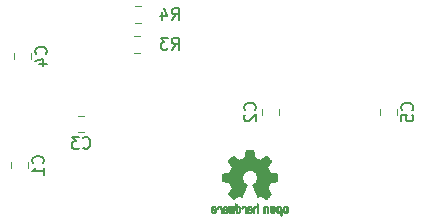
<source format=gbo>
G04 #@! TF.GenerationSoftware,KiCad,Pcbnew,(5.1.6)-1*
G04 #@! TF.CreationDate,2020-09-01T22:28:32+02:00*
G04 #@! TF.ProjectId,UtU,5574552e-6b69-4636-9164-5f7063625858,rev?*
G04 #@! TF.SameCoordinates,Original*
G04 #@! TF.FileFunction,Legend,Bot*
G04 #@! TF.FilePolarity,Positive*
%FSLAX46Y46*%
G04 Gerber Fmt 4.6, Leading zero omitted, Abs format (unit mm)*
G04 Created by KiCad (PCBNEW (5.1.6)-1) date 2020-09-01 22:28:32*
%MOMM*%
%LPD*%
G01*
G04 APERTURE LIST*
%ADD10C,0.010000*%
%ADD11C,0.120000*%
%ADD12C,0.150000*%
G04 APERTURE END LIST*
D10*
G04 #@! TO.C,REF\u002A\u002A*
G36*
X134900256Y-72919918D02*
G01*
X134844799Y-72947568D01*
X134795852Y-72998480D01*
X134782371Y-73017338D01*
X134767686Y-73042015D01*
X134758158Y-73068816D01*
X134752707Y-73104587D01*
X134750253Y-73156169D01*
X134749714Y-73224267D01*
X134752148Y-73317588D01*
X134760606Y-73387657D01*
X134776826Y-73439931D01*
X134802546Y-73479869D01*
X134839503Y-73512929D01*
X134842218Y-73514886D01*
X134878640Y-73534908D01*
X134922498Y-73544815D01*
X134978276Y-73547257D01*
X135068952Y-73547257D01*
X135068990Y-73635283D01*
X135069834Y-73684308D01*
X135074976Y-73713065D01*
X135088413Y-73730311D01*
X135114142Y-73744808D01*
X135120321Y-73747769D01*
X135149236Y-73761648D01*
X135171624Y-73770414D01*
X135188271Y-73771171D01*
X135199964Y-73761023D01*
X135207490Y-73737073D01*
X135211634Y-73696426D01*
X135213185Y-73636186D01*
X135212929Y-73553455D01*
X135211651Y-73445339D01*
X135211252Y-73413000D01*
X135209815Y-73301524D01*
X135208528Y-73228603D01*
X135069029Y-73228603D01*
X135068245Y-73290499D01*
X135064760Y-73330997D01*
X135056876Y-73357708D01*
X135042895Y-73378244D01*
X135033403Y-73388260D01*
X134994596Y-73417567D01*
X134960237Y-73419952D01*
X134924784Y-73395750D01*
X134923886Y-73394857D01*
X134909461Y-73376153D01*
X134900687Y-73350732D01*
X134896261Y-73311584D01*
X134894882Y-73251697D01*
X134894857Y-73238430D01*
X134898188Y-73155901D01*
X134909031Y-73098691D01*
X134928660Y-73063766D01*
X134958350Y-73048094D01*
X134975509Y-73046514D01*
X135016234Y-73053926D01*
X135044168Y-73078330D01*
X135060983Y-73122980D01*
X135068350Y-73191130D01*
X135069029Y-73228603D01*
X135208528Y-73228603D01*
X135208292Y-73215245D01*
X135206323Y-73150333D01*
X135203550Y-73102958D01*
X135199612Y-73069290D01*
X135194151Y-73045498D01*
X135186808Y-73027753D01*
X135177223Y-73012224D01*
X135173113Y-73006381D01*
X135118595Y-72951185D01*
X135049664Y-72919890D01*
X134969928Y-72911165D01*
X134900256Y-72919918D01*
G37*
X134900256Y-72919918D02*
X134844799Y-72947568D01*
X134795852Y-72998480D01*
X134782371Y-73017338D01*
X134767686Y-73042015D01*
X134758158Y-73068816D01*
X134752707Y-73104587D01*
X134750253Y-73156169D01*
X134749714Y-73224267D01*
X134752148Y-73317588D01*
X134760606Y-73387657D01*
X134776826Y-73439931D01*
X134802546Y-73479869D01*
X134839503Y-73512929D01*
X134842218Y-73514886D01*
X134878640Y-73534908D01*
X134922498Y-73544815D01*
X134978276Y-73547257D01*
X135068952Y-73547257D01*
X135068990Y-73635283D01*
X135069834Y-73684308D01*
X135074976Y-73713065D01*
X135088413Y-73730311D01*
X135114142Y-73744808D01*
X135120321Y-73747769D01*
X135149236Y-73761648D01*
X135171624Y-73770414D01*
X135188271Y-73771171D01*
X135199964Y-73761023D01*
X135207490Y-73737073D01*
X135211634Y-73696426D01*
X135213185Y-73636186D01*
X135212929Y-73553455D01*
X135211651Y-73445339D01*
X135211252Y-73413000D01*
X135209815Y-73301524D01*
X135208528Y-73228603D01*
X135069029Y-73228603D01*
X135068245Y-73290499D01*
X135064760Y-73330997D01*
X135056876Y-73357708D01*
X135042895Y-73378244D01*
X135033403Y-73388260D01*
X134994596Y-73417567D01*
X134960237Y-73419952D01*
X134924784Y-73395750D01*
X134923886Y-73394857D01*
X134909461Y-73376153D01*
X134900687Y-73350732D01*
X134896261Y-73311584D01*
X134894882Y-73251697D01*
X134894857Y-73238430D01*
X134898188Y-73155901D01*
X134909031Y-73098691D01*
X134928660Y-73063766D01*
X134958350Y-73048094D01*
X134975509Y-73046514D01*
X135016234Y-73053926D01*
X135044168Y-73078330D01*
X135060983Y-73122980D01*
X135068350Y-73191130D01*
X135069029Y-73228603D01*
X135208528Y-73228603D01*
X135208292Y-73215245D01*
X135206323Y-73150333D01*
X135203550Y-73102958D01*
X135199612Y-73069290D01*
X135194151Y-73045498D01*
X135186808Y-73027753D01*
X135177223Y-73012224D01*
X135173113Y-73006381D01*
X135118595Y-72951185D01*
X135049664Y-72919890D01*
X134969928Y-72911165D01*
X134900256Y-72919918D01*
G36*
X133783907Y-72927780D02*
G01*
X133737328Y-72954723D01*
X133704943Y-72981466D01*
X133681258Y-73009484D01*
X133664941Y-73043748D01*
X133654661Y-73089227D01*
X133649086Y-73150892D01*
X133646884Y-73233711D01*
X133646629Y-73293246D01*
X133646629Y-73512391D01*
X133708314Y-73540044D01*
X133770000Y-73567697D01*
X133777257Y-73327670D01*
X133780256Y-73238028D01*
X133783402Y-73172962D01*
X133787299Y-73128026D01*
X133792553Y-73098770D01*
X133799769Y-73080748D01*
X133809550Y-73069511D01*
X133812688Y-73067079D01*
X133860239Y-73048083D01*
X133908303Y-73055600D01*
X133936914Y-73075543D01*
X133948553Y-73089675D01*
X133956609Y-73108220D01*
X133961729Y-73136334D01*
X133964559Y-73179173D01*
X133965744Y-73241895D01*
X133965943Y-73307261D01*
X133965982Y-73389268D01*
X133967386Y-73447316D01*
X133972086Y-73486465D01*
X133982013Y-73511780D01*
X133999097Y-73528323D01*
X134025268Y-73541156D01*
X134060225Y-73554491D01*
X134098404Y-73569007D01*
X134093859Y-73311389D01*
X134092029Y-73218519D01*
X134089888Y-73149889D01*
X134086819Y-73100711D01*
X134082206Y-73066198D01*
X134075432Y-73041562D01*
X134065881Y-73022016D01*
X134054366Y-73004770D01*
X133998810Y-72949680D01*
X133931020Y-72917822D01*
X133857287Y-72910191D01*
X133783907Y-72927780D01*
G37*
X133783907Y-72927780D02*
X133737328Y-72954723D01*
X133704943Y-72981466D01*
X133681258Y-73009484D01*
X133664941Y-73043748D01*
X133654661Y-73089227D01*
X133649086Y-73150892D01*
X133646884Y-73233711D01*
X133646629Y-73293246D01*
X133646629Y-73512391D01*
X133708314Y-73540044D01*
X133770000Y-73567697D01*
X133777257Y-73327670D01*
X133780256Y-73238028D01*
X133783402Y-73172962D01*
X133787299Y-73128026D01*
X133792553Y-73098770D01*
X133799769Y-73080748D01*
X133809550Y-73069511D01*
X133812688Y-73067079D01*
X133860239Y-73048083D01*
X133908303Y-73055600D01*
X133936914Y-73075543D01*
X133948553Y-73089675D01*
X133956609Y-73108220D01*
X133961729Y-73136334D01*
X133964559Y-73179173D01*
X133965744Y-73241895D01*
X133965943Y-73307261D01*
X133965982Y-73389268D01*
X133967386Y-73447316D01*
X133972086Y-73486465D01*
X133982013Y-73511780D01*
X133999097Y-73528323D01*
X134025268Y-73541156D01*
X134060225Y-73554491D01*
X134098404Y-73569007D01*
X134093859Y-73311389D01*
X134092029Y-73218519D01*
X134089888Y-73149889D01*
X134086819Y-73100711D01*
X134082206Y-73066198D01*
X134075432Y-73041562D01*
X134065881Y-73022016D01*
X134054366Y-73004770D01*
X133998810Y-72949680D01*
X133931020Y-72917822D01*
X133857287Y-72910191D01*
X133783907Y-72927780D01*
G36*
X135458885Y-72921962D02*
G01*
X135390855Y-72957733D01*
X135340649Y-73015301D01*
X135322815Y-73052312D01*
X135308937Y-73107882D01*
X135301833Y-73178096D01*
X135301160Y-73254727D01*
X135306573Y-73329552D01*
X135317730Y-73394342D01*
X135334286Y-73440873D01*
X135339374Y-73448887D01*
X135399645Y-73508707D01*
X135471231Y-73544535D01*
X135548908Y-73555020D01*
X135627452Y-73538810D01*
X135649311Y-73529092D01*
X135691878Y-73499143D01*
X135729237Y-73459433D01*
X135732768Y-73454397D01*
X135747119Y-73430124D01*
X135756606Y-73404178D01*
X135762210Y-73370022D01*
X135764914Y-73321119D01*
X135765701Y-73250935D01*
X135765714Y-73235200D01*
X135765678Y-73230192D01*
X135620571Y-73230192D01*
X135619727Y-73296430D01*
X135616404Y-73340386D01*
X135609417Y-73368779D01*
X135597584Y-73388325D01*
X135591543Y-73394857D01*
X135556814Y-73419680D01*
X135523097Y-73418548D01*
X135489005Y-73397016D01*
X135468671Y-73374029D01*
X135456629Y-73340478D01*
X135449866Y-73287569D01*
X135449402Y-73281399D01*
X135448248Y-73185513D01*
X135460312Y-73114299D01*
X135485430Y-73068194D01*
X135523440Y-73047635D01*
X135537008Y-73046514D01*
X135572636Y-73052152D01*
X135597006Y-73071686D01*
X135611907Y-73109042D01*
X135619125Y-73168150D01*
X135620571Y-73230192D01*
X135765678Y-73230192D01*
X135765174Y-73160413D01*
X135762904Y-73108159D01*
X135757932Y-73071949D01*
X135749287Y-73045299D01*
X135735995Y-73021722D01*
X135733057Y-73017338D01*
X135683687Y-72958249D01*
X135629891Y-72923947D01*
X135564398Y-72910331D01*
X135542158Y-72909665D01*
X135458885Y-72921962D01*
G37*
X135458885Y-72921962D02*
X135390855Y-72957733D01*
X135340649Y-73015301D01*
X135322815Y-73052312D01*
X135308937Y-73107882D01*
X135301833Y-73178096D01*
X135301160Y-73254727D01*
X135306573Y-73329552D01*
X135317730Y-73394342D01*
X135334286Y-73440873D01*
X135339374Y-73448887D01*
X135399645Y-73508707D01*
X135471231Y-73544535D01*
X135548908Y-73555020D01*
X135627452Y-73538810D01*
X135649311Y-73529092D01*
X135691878Y-73499143D01*
X135729237Y-73459433D01*
X135732768Y-73454397D01*
X135747119Y-73430124D01*
X135756606Y-73404178D01*
X135762210Y-73370022D01*
X135764914Y-73321119D01*
X135765701Y-73250935D01*
X135765714Y-73235200D01*
X135765678Y-73230192D01*
X135620571Y-73230192D01*
X135619727Y-73296430D01*
X135616404Y-73340386D01*
X135609417Y-73368779D01*
X135597584Y-73388325D01*
X135591543Y-73394857D01*
X135556814Y-73419680D01*
X135523097Y-73418548D01*
X135489005Y-73397016D01*
X135468671Y-73374029D01*
X135456629Y-73340478D01*
X135449866Y-73287569D01*
X135449402Y-73281399D01*
X135448248Y-73185513D01*
X135460312Y-73114299D01*
X135485430Y-73068194D01*
X135523440Y-73047635D01*
X135537008Y-73046514D01*
X135572636Y-73052152D01*
X135597006Y-73071686D01*
X135611907Y-73109042D01*
X135619125Y-73168150D01*
X135620571Y-73230192D01*
X135765678Y-73230192D01*
X135765174Y-73160413D01*
X135762904Y-73108159D01*
X135757932Y-73071949D01*
X135749287Y-73045299D01*
X135735995Y-73021722D01*
X135733057Y-73017338D01*
X135683687Y-72958249D01*
X135629891Y-72923947D01*
X135564398Y-72910331D01*
X135542158Y-72909665D01*
X135458885Y-72921962D01*
G36*
X134331697Y-72931239D02*
G01*
X134274473Y-72969735D01*
X134230251Y-73025335D01*
X134203833Y-73096086D01*
X134198490Y-73148162D01*
X134199097Y-73169893D01*
X134204178Y-73186531D01*
X134218145Y-73201437D01*
X134245411Y-73217973D01*
X134290388Y-73239498D01*
X134357489Y-73269374D01*
X134357829Y-73269524D01*
X134419593Y-73297813D01*
X134470241Y-73322933D01*
X134504596Y-73342179D01*
X134517482Y-73352848D01*
X134517486Y-73352934D01*
X134506128Y-73376166D01*
X134479569Y-73401774D01*
X134449077Y-73420221D01*
X134433630Y-73423886D01*
X134391485Y-73411212D01*
X134355192Y-73379471D01*
X134337483Y-73344572D01*
X134320448Y-73318845D01*
X134287078Y-73289546D01*
X134247851Y-73264235D01*
X134213244Y-73250471D01*
X134206007Y-73249714D01*
X134197861Y-73262160D01*
X134197370Y-73293972D01*
X134203357Y-73336866D01*
X134214643Y-73382558D01*
X134230050Y-73422761D01*
X134230829Y-73424322D01*
X134277196Y-73489062D01*
X134337289Y-73533097D01*
X134405535Y-73554711D01*
X134476362Y-73552185D01*
X134544196Y-73523804D01*
X134547212Y-73521808D01*
X134600573Y-73473448D01*
X134635660Y-73410352D01*
X134655078Y-73327387D01*
X134657684Y-73304078D01*
X134662299Y-73194055D01*
X134656767Y-73142748D01*
X134517486Y-73142748D01*
X134515676Y-73174753D01*
X134505778Y-73184093D01*
X134481102Y-73177105D01*
X134442205Y-73160587D01*
X134398725Y-73139881D01*
X134397644Y-73139333D01*
X134360791Y-73119949D01*
X134346000Y-73107013D01*
X134349647Y-73093451D01*
X134365005Y-73075632D01*
X134404077Y-73049845D01*
X134446154Y-73047950D01*
X134483897Y-73066717D01*
X134509966Y-73102915D01*
X134517486Y-73142748D01*
X134656767Y-73142748D01*
X134652806Y-73106027D01*
X134628450Y-73036212D01*
X134594544Y-72987302D01*
X134533347Y-72937878D01*
X134465937Y-72913359D01*
X134397120Y-72911797D01*
X134331697Y-72931239D01*
G37*
X134331697Y-72931239D02*
X134274473Y-72969735D01*
X134230251Y-73025335D01*
X134203833Y-73096086D01*
X134198490Y-73148162D01*
X134199097Y-73169893D01*
X134204178Y-73186531D01*
X134218145Y-73201437D01*
X134245411Y-73217973D01*
X134290388Y-73239498D01*
X134357489Y-73269374D01*
X134357829Y-73269524D01*
X134419593Y-73297813D01*
X134470241Y-73322933D01*
X134504596Y-73342179D01*
X134517482Y-73352848D01*
X134517486Y-73352934D01*
X134506128Y-73376166D01*
X134479569Y-73401774D01*
X134449077Y-73420221D01*
X134433630Y-73423886D01*
X134391485Y-73411212D01*
X134355192Y-73379471D01*
X134337483Y-73344572D01*
X134320448Y-73318845D01*
X134287078Y-73289546D01*
X134247851Y-73264235D01*
X134213244Y-73250471D01*
X134206007Y-73249714D01*
X134197861Y-73262160D01*
X134197370Y-73293972D01*
X134203357Y-73336866D01*
X134214643Y-73382558D01*
X134230050Y-73422761D01*
X134230829Y-73424322D01*
X134277196Y-73489062D01*
X134337289Y-73533097D01*
X134405535Y-73554711D01*
X134476362Y-73552185D01*
X134544196Y-73523804D01*
X134547212Y-73521808D01*
X134600573Y-73473448D01*
X134635660Y-73410352D01*
X134655078Y-73327387D01*
X134657684Y-73304078D01*
X134662299Y-73194055D01*
X134656767Y-73142748D01*
X134517486Y-73142748D01*
X134515676Y-73174753D01*
X134505778Y-73184093D01*
X134481102Y-73177105D01*
X134442205Y-73160587D01*
X134398725Y-73139881D01*
X134397644Y-73139333D01*
X134360791Y-73119949D01*
X134346000Y-73107013D01*
X134349647Y-73093451D01*
X134365005Y-73075632D01*
X134404077Y-73049845D01*
X134446154Y-73047950D01*
X134483897Y-73066717D01*
X134509966Y-73102915D01*
X134517486Y-73142748D01*
X134656767Y-73142748D01*
X134652806Y-73106027D01*
X134628450Y-73036212D01*
X134594544Y-72987302D01*
X134533347Y-72937878D01*
X134465937Y-72913359D01*
X134397120Y-72911797D01*
X134331697Y-72931239D01*
G36*
X133124114Y-72851289D02*
G01*
X133119861Y-72910613D01*
X133114975Y-72945572D01*
X133108205Y-72960820D01*
X133098298Y-72961015D01*
X133095086Y-72959195D01*
X133052356Y-72946015D01*
X132996773Y-72946785D01*
X132940263Y-72960333D01*
X132904918Y-72977861D01*
X132868679Y-73005861D01*
X132842187Y-73037549D01*
X132824001Y-73077813D01*
X132812678Y-73131543D01*
X132806778Y-73203626D01*
X132804857Y-73298951D01*
X132804823Y-73317237D01*
X132804800Y-73522646D01*
X132850509Y-73538580D01*
X132882973Y-73549420D01*
X132900785Y-73554468D01*
X132901309Y-73554514D01*
X132903063Y-73540828D01*
X132904556Y-73503076D01*
X132905674Y-73446224D01*
X132906303Y-73375234D01*
X132906400Y-73332073D01*
X132906602Y-73246973D01*
X132907642Y-73185981D01*
X132910169Y-73144177D01*
X132914836Y-73116642D01*
X132922293Y-73098456D01*
X132933189Y-73084698D01*
X132939993Y-73078073D01*
X132986728Y-73051375D01*
X133037728Y-73049375D01*
X133083999Y-73071955D01*
X133092556Y-73080107D01*
X133105107Y-73095436D01*
X133113812Y-73113618D01*
X133119369Y-73139909D01*
X133122474Y-73179562D01*
X133123824Y-73237832D01*
X133124114Y-73318173D01*
X133124114Y-73522646D01*
X133169823Y-73538580D01*
X133202287Y-73549420D01*
X133220099Y-73554468D01*
X133220623Y-73554514D01*
X133221963Y-73540623D01*
X133223172Y-73501439D01*
X133224199Y-73440700D01*
X133224998Y-73362141D01*
X133225519Y-73269498D01*
X133225714Y-73166509D01*
X133225714Y-72769342D01*
X133178543Y-72749444D01*
X133131371Y-72729547D01*
X133124114Y-72851289D01*
G37*
X133124114Y-72851289D02*
X133119861Y-72910613D01*
X133114975Y-72945572D01*
X133108205Y-72960820D01*
X133098298Y-72961015D01*
X133095086Y-72959195D01*
X133052356Y-72946015D01*
X132996773Y-72946785D01*
X132940263Y-72960333D01*
X132904918Y-72977861D01*
X132868679Y-73005861D01*
X132842187Y-73037549D01*
X132824001Y-73077813D01*
X132812678Y-73131543D01*
X132806778Y-73203626D01*
X132804857Y-73298951D01*
X132804823Y-73317237D01*
X132804800Y-73522646D01*
X132850509Y-73538580D01*
X132882973Y-73549420D01*
X132900785Y-73554468D01*
X132901309Y-73554514D01*
X132903063Y-73540828D01*
X132904556Y-73503076D01*
X132905674Y-73446224D01*
X132906303Y-73375234D01*
X132906400Y-73332073D01*
X132906602Y-73246973D01*
X132907642Y-73185981D01*
X132910169Y-73144177D01*
X132914836Y-73116642D01*
X132922293Y-73098456D01*
X132933189Y-73084698D01*
X132939993Y-73078073D01*
X132986728Y-73051375D01*
X133037728Y-73049375D01*
X133083999Y-73071955D01*
X133092556Y-73080107D01*
X133105107Y-73095436D01*
X133113812Y-73113618D01*
X133119369Y-73139909D01*
X133122474Y-73179562D01*
X133123824Y-73237832D01*
X133124114Y-73318173D01*
X133124114Y-73522646D01*
X133169823Y-73538580D01*
X133202287Y-73549420D01*
X133220099Y-73554468D01*
X133220623Y-73554514D01*
X133221963Y-73540623D01*
X133223172Y-73501439D01*
X133224199Y-73440700D01*
X133224998Y-73362141D01*
X133225519Y-73269498D01*
X133225714Y-73166509D01*
X133225714Y-72769342D01*
X133178543Y-72749444D01*
X133131371Y-72729547D01*
X133124114Y-72851289D01*
G36*
X132460256Y-72950968D02*
G01*
X132403384Y-72972087D01*
X132402733Y-72972493D01*
X132367560Y-72998380D01*
X132341593Y-73028633D01*
X132323330Y-73068058D01*
X132311268Y-73121462D01*
X132303904Y-73193651D01*
X132299736Y-73289432D01*
X132299371Y-73303078D01*
X132294124Y-73508842D01*
X132338284Y-73531678D01*
X132370237Y-73547110D01*
X132389530Y-73554423D01*
X132390422Y-73554514D01*
X132393761Y-73541022D01*
X132396413Y-73504626D01*
X132398044Y-73451452D01*
X132398400Y-73408393D01*
X132398408Y-73338641D01*
X132401597Y-73294837D01*
X132412712Y-73273944D01*
X132436499Y-73272925D01*
X132477704Y-73288741D01*
X132539914Y-73317815D01*
X132585659Y-73341963D01*
X132609187Y-73362913D01*
X132616104Y-73385747D01*
X132616114Y-73386877D01*
X132604701Y-73426212D01*
X132570908Y-73447462D01*
X132519191Y-73450539D01*
X132481939Y-73450006D01*
X132462297Y-73460735D01*
X132450048Y-73486505D01*
X132442998Y-73519337D01*
X132453158Y-73537966D01*
X132456983Y-73540632D01*
X132492999Y-73551340D01*
X132543434Y-73552856D01*
X132595374Y-73545759D01*
X132632178Y-73532788D01*
X132683062Y-73489585D01*
X132711986Y-73429446D01*
X132717714Y-73382462D01*
X132713343Y-73340082D01*
X132697525Y-73305488D01*
X132666203Y-73274763D01*
X132615322Y-73243990D01*
X132540824Y-73209252D01*
X132536286Y-73207288D01*
X132469179Y-73176287D01*
X132427768Y-73150862D01*
X132410019Y-73128014D01*
X132413893Y-73104745D01*
X132437357Y-73078056D01*
X132444373Y-73071914D01*
X132491370Y-73048100D01*
X132540067Y-73049103D01*
X132582478Y-73072451D01*
X132610616Y-73115675D01*
X132613231Y-73124160D01*
X132638692Y-73165308D01*
X132670999Y-73185128D01*
X132717714Y-73204770D01*
X132717714Y-73153950D01*
X132703504Y-73080082D01*
X132661325Y-73012327D01*
X132639376Y-72989661D01*
X132589483Y-72960569D01*
X132526033Y-72947400D01*
X132460256Y-72950968D01*
G37*
X132460256Y-72950968D02*
X132403384Y-72972087D01*
X132402733Y-72972493D01*
X132367560Y-72998380D01*
X132341593Y-73028633D01*
X132323330Y-73068058D01*
X132311268Y-73121462D01*
X132303904Y-73193651D01*
X132299736Y-73289432D01*
X132299371Y-73303078D01*
X132294124Y-73508842D01*
X132338284Y-73531678D01*
X132370237Y-73547110D01*
X132389530Y-73554423D01*
X132390422Y-73554514D01*
X132393761Y-73541022D01*
X132396413Y-73504626D01*
X132398044Y-73451452D01*
X132398400Y-73408393D01*
X132398408Y-73338641D01*
X132401597Y-73294837D01*
X132412712Y-73273944D01*
X132436499Y-73272925D01*
X132477704Y-73288741D01*
X132539914Y-73317815D01*
X132585659Y-73341963D01*
X132609187Y-73362913D01*
X132616104Y-73385747D01*
X132616114Y-73386877D01*
X132604701Y-73426212D01*
X132570908Y-73447462D01*
X132519191Y-73450539D01*
X132481939Y-73450006D01*
X132462297Y-73460735D01*
X132450048Y-73486505D01*
X132442998Y-73519337D01*
X132453158Y-73537966D01*
X132456983Y-73540632D01*
X132492999Y-73551340D01*
X132543434Y-73552856D01*
X132595374Y-73545759D01*
X132632178Y-73532788D01*
X132683062Y-73489585D01*
X132711986Y-73429446D01*
X132717714Y-73382462D01*
X132713343Y-73340082D01*
X132697525Y-73305488D01*
X132666203Y-73274763D01*
X132615322Y-73243990D01*
X132540824Y-73209252D01*
X132536286Y-73207288D01*
X132469179Y-73176287D01*
X132427768Y-73150862D01*
X132410019Y-73128014D01*
X132413893Y-73104745D01*
X132437357Y-73078056D01*
X132444373Y-73071914D01*
X132491370Y-73048100D01*
X132540067Y-73049103D01*
X132582478Y-73072451D01*
X132610616Y-73115675D01*
X132613231Y-73124160D01*
X132638692Y-73165308D01*
X132670999Y-73185128D01*
X132717714Y-73204770D01*
X132717714Y-73153950D01*
X132703504Y-73080082D01*
X132661325Y-73012327D01*
X132639376Y-72989661D01*
X132589483Y-72960569D01*
X132526033Y-72947400D01*
X132460256Y-72950968D01*
G36*
X131970074Y-72949755D02*
G01*
X131904142Y-72974084D01*
X131850727Y-73017117D01*
X131829836Y-73047409D01*
X131807061Y-73102994D01*
X131807534Y-73143186D01*
X131831438Y-73170217D01*
X131840283Y-73174813D01*
X131878470Y-73189144D01*
X131897972Y-73185472D01*
X131904578Y-73161407D01*
X131904914Y-73148114D01*
X131917008Y-73099210D01*
X131948529Y-73064999D01*
X131992341Y-73048476D01*
X132041305Y-73052634D01*
X132081106Y-73074227D01*
X132094550Y-73086544D01*
X132104079Y-73101487D01*
X132110515Y-73124075D01*
X132114683Y-73159328D01*
X132117403Y-73212266D01*
X132119498Y-73287907D01*
X132120040Y-73311857D01*
X132122019Y-73393790D01*
X132124269Y-73451455D01*
X132127643Y-73489608D01*
X132132994Y-73513004D01*
X132141176Y-73526398D01*
X132153041Y-73534545D01*
X132160638Y-73538144D01*
X132192898Y-73550452D01*
X132211889Y-73554514D01*
X132218164Y-73540948D01*
X132221994Y-73499934D01*
X132223400Y-73430999D01*
X132222402Y-73333669D01*
X132222092Y-73318657D01*
X132219899Y-73229859D01*
X132217307Y-73165019D01*
X132213618Y-73119067D01*
X132208136Y-73086935D01*
X132200165Y-73063553D01*
X132189007Y-73043852D01*
X132183170Y-73035410D01*
X132149704Y-72998057D01*
X132112273Y-72969003D01*
X132107691Y-72966467D01*
X132040574Y-72946443D01*
X131970074Y-72949755D01*
G37*
X131970074Y-72949755D02*
X131904142Y-72974084D01*
X131850727Y-73017117D01*
X131829836Y-73047409D01*
X131807061Y-73102994D01*
X131807534Y-73143186D01*
X131831438Y-73170217D01*
X131840283Y-73174813D01*
X131878470Y-73189144D01*
X131897972Y-73185472D01*
X131904578Y-73161407D01*
X131904914Y-73148114D01*
X131917008Y-73099210D01*
X131948529Y-73064999D01*
X131992341Y-73048476D01*
X132041305Y-73052634D01*
X132081106Y-73074227D01*
X132094550Y-73086544D01*
X132104079Y-73101487D01*
X132110515Y-73124075D01*
X132114683Y-73159328D01*
X132117403Y-73212266D01*
X132119498Y-73287907D01*
X132120040Y-73311857D01*
X132122019Y-73393790D01*
X132124269Y-73451455D01*
X132127643Y-73489608D01*
X132132994Y-73513004D01*
X132141176Y-73526398D01*
X132153041Y-73534545D01*
X132160638Y-73538144D01*
X132192898Y-73550452D01*
X132211889Y-73554514D01*
X132218164Y-73540948D01*
X132221994Y-73499934D01*
X132223400Y-73430999D01*
X132222402Y-73333669D01*
X132222092Y-73318657D01*
X132219899Y-73229859D01*
X132217307Y-73165019D01*
X132213618Y-73119067D01*
X132208136Y-73086935D01*
X132200165Y-73063553D01*
X132189007Y-73043852D01*
X132183170Y-73035410D01*
X132149704Y-72998057D01*
X132112273Y-72969003D01*
X132107691Y-72966467D01*
X132040574Y-72946443D01*
X131970074Y-72949755D01*
G36*
X131309883Y-73065358D02*
G01*
X131310067Y-73173837D01*
X131310781Y-73257287D01*
X131312325Y-73319704D01*
X131314999Y-73365085D01*
X131319106Y-73397429D01*
X131324945Y-73420733D01*
X131332818Y-73438995D01*
X131338779Y-73449418D01*
X131388145Y-73505945D01*
X131450736Y-73541377D01*
X131519987Y-73554090D01*
X131589332Y-73542463D01*
X131630625Y-73521568D01*
X131673975Y-73485422D01*
X131703519Y-73441276D01*
X131721345Y-73383462D01*
X131729537Y-73306313D01*
X131730698Y-73249714D01*
X131730542Y-73245647D01*
X131629143Y-73245647D01*
X131628524Y-73310550D01*
X131625686Y-73353514D01*
X131619160Y-73381622D01*
X131607477Y-73401953D01*
X131593517Y-73417288D01*
X131546635Y-73446890D01*
X131496299Y-73449419D01*
X131448724Y-73424705D01*
X131445021Y-73421356D01*
X131429217Y-73403935D01*
X131419307Y-73383209D01*
X131413942Y-73352362D01*
X131411772Y-73304577D01*
X131411429Y-73251748D01*
X131412173Y-73185381D01*
X131415252Y-73141106D01*
X131421939Y-73112009D01*
X131433504Y-73091173D01*
X131442987Y-73080107D01*
X131487040Y-73052198D01*
X131537776Y-73048843D01*
X131586204Y-73070159D01*
X131595550Y-73078073D01*
X131611460Y-73095647D01*
X131621390Y-73116587D01*
X131626722Y-73147782D01*
X131628837Y-73196122D01*
X131629143Y-73245647D01*
X131730542Y-73245647D01*
X131727190Y-73158568D01*
X131715274Y-73090086D01*
X131692865Y-73038600D01*
X131657876Y-72998443D01*
X131630625Y-72977861D01*
X131581093Y-72955625D01*
X131523684Y-72945304D01*
X131470318Y-72948067D01*
X131440457Y-72959212D01*
X131428739Y-72962383D01*
X131420963Y-72950557D01*
X131415535Y-72918866D01*
X131411429Y-72870593D01*
X131406933Y-72816829D01*
X131400687Y-72784482D01*
X131389324Y-72765985D01*
X131369472Y-72753770D01*
X131357000Y-72748362D01*
X131309829Y-72728601D01*
X131309883Y-73065358D01*
G37*
X131309883Y-73065358D02*
X131310067Y-73173837D01*
X131310781Y-73257287D01*
X131312325Y-73319704D01*
X131314999Y-73365085D01*
X131319106Y-73397429D01*
X131324945Y-73420733D01*
X131332818Y-73438995D01*
X131338779Y-73449418D01*
X131388145Y-73505945D01*
X131450736Y-73541377D01*
X131519987Y-73554090D01*
X131589332Y-73542463D01*
X131630625Y-73521568D01*
X131673975Y-73485422D01*
X131703519Y-73441276D01*
X131721345Y-73383462D01*
X131729537Y-73306313D01*
X131730698Y-73249714D01*
X131730542Y-73245647D01*
X131629143Y-73245647D01*
X131628524Y-73310550D01*
X131625686Y-73353514D01*
X131619160Y-73381622D01*
X131607477Y-73401953D01*
X131593517Y-73417288D01*
X131546635Y-73446890D01*
X131496299Y-73449419D01*
X131448724Y-73424705D01*
X131445021Y-73421356D01*
X131429217Y-73403935D01*
X131419307Y-73383209D01*
X131413942Y-73352362D01*
X131411772Y-73304577D01*
X131411429Y-73251748D01*
X131412173Y-73185381D01*
X131415252Y-73141106D01*
X131421939Y-73112009D01*
X131433504Y-73091173D01*
X131442987Y-73080107D01*
X131487040Y-73052198D01*
X131537776Y-73048843D01*
X131586204Y-73070159D01*
X131595550Y-73078073D01*
X131611460Y-73095647D01*
X131621390Y-73116587D01*
X131626722Y-73147782D01*
X131628837Y-73196122D01*
X131629143Y-73245647D01*
X131730542Y-73245647D01*
X131727190Y-73158568D01*
X131715274Y-73090086D01*
X131692865Y-73038600D01*
X131657876Y-72998443D01*
X131630625Y-72977861D01*
X131581093Y-72955625D01*
X131523684Y-72945304D01*
X131470318Y-72948067D01*
X131440457Y-72959212D01*
X131428739Y-72962383D01*
X131420963Y-72950557D01*
X131415535Y-72918866D01*
X131411429Y-72870593D01*
X131406933Y-72816829D01*
X131400687Y-72784482D01*
X131389324Y-72765985D01*
X131369472Y-72753770D01*
X131357000Y-72748362D01*
X131309829Y-72728601D01*
X131309883Y-73065358D01*
G36*
X130720167Y-72958663D02*
G01*
X130717952Y-72996850D01*
X130716216Y-73054886D01*
X130715101Y-73128180D01*
X130714743Y-73205055D01*
X130714743Y-73465196D01*
X130760674Y-73511127D01*
X130792325Y-73539429D01*
X130820110Y-73550893D01*
X130858085Y-73550168D01*
X130873160Y-73548321D01*
X130920274Y-73542948D01*
X130959244Y-73539869D01*
X130968743Y-73539585D01*
X131000767Y-73541445D01*
X131046568Y-73546114D01*
X131064326Y-73548321D01*
X131107943Y-73551735D01*
X131137255Y-73544320D01*
X131166320Y-73521427D01*
X131176812Y-73511127D01*
X131222743Y-73465196D01*
X131222743Y-72978602D01*
X131185774Y-72961758D01*
X131153941Y-72949282D01*
X131135317Y-72944914D01*
X131130542Y-72958718D01*
X131126079Y-72997286D01*
X131122225Y-73056356D01*
X131119278Y-73131663D01*
X131117857Y-73195286D01*
X131113886Y-73445657D01*
X131079241Y-73450556D01*
X131047732Y-73447131D01*
X131032292Y-73436041D01*
X131027977Y-73415308D01*
X131024292Y-73371145D01*
X131021531Y-73309146D01*
X131019988Y-73234909D01*
X131019765Y-73196706D01*
X131019543Y-72976783D01*
X130973834Y-72960849D01*
X130941482Y-72950015D01*
X130923885Y-72944962D01*
X130923377Y-72944914D01*
X130921612Y-72958648D01*
X130919671Y-72996730D01*
X130917718Y-73054482D01*
X130915916Y-73127227D01*
X130914657Y-73195286D01*
X130910686Y-73445657D01*
X130823600Y-73445657D01*
X130819604Y-73217240D01*
X130815608Y-72988822D01*
X130773153Y-72966868D01*
X130741808Y-72951793D01*
X130723256Y-72944951D01*
X130722721Y-72944914D01*
X130720167Y-72958663D01*
G37*
X130720167Y-72958663D02*
X130717952Y-72996850D01*
X130716216Y-73054886D01*
X130715101Y-73128180D01*
X130714743Y-73205055D01*
X130714743Y-73465196D01*
X130760674Y-73511127D01*
X130792325Y-73539429D01*
X130820110Y-73550893D01*
X130858085Y-73550168D01*
X130873160Y-73548321D01*
X130920274Y-73542948D01*
X130959244Y-73539869D01*
X130968743Y-73539585D01*
X131000767Y-73541445D01*
X131046568Y-73546114D01*
X131064326Y-73548321D01*
X131107943Y-73551735D01*
X131137255Y-73544320D01*
X131166320Y-73521427D01*
X131176812Y-73511127D01*
X131222743Y-73465196D01*
X131222743Y-72978602D01*
X131185774Y-72961758D01*
X131153941Y-72949282D01*
X131135317Y-72944914D01*
X131130542Y-72958718D01*
X131126079Y-72997286D01*
X131122225Y-73056356D01*
X131119278Y-73131663D01*
X131117857Y-73195286D01*
X131113886Y-73445657D01*
X131079241Y-73450556D01*
X131047732Y-73447131D01*
X131032292Y-73436041D01*
X131027977Y-73415308D01*
X131024292Y-73371145D01*
X131021531Y-73309146D01*
X131019988Y-73234909D01*
X131019765Y-73196706D01*
X131019543Y-72976783D01*
X130973834Y-72960849D01*
X130941482Y-72950015D01*
X130923885Y-72944962D01*
X130923377Y-72944914D01*
X130921612Y-72958648D01*
X130919671Y-72996730D01*
X130917718Y-73054482D01*
X130915916Y-73127227D01*
X130914657Y-73195286D01*
X130910686Y-73445657D01*
X130823600Y-73445657D01*
X130819604Y-73217240D01*
X130815608Y-72988822D01*
X130773153Y-72966868D01*
X130741808Y-72951793D01*
X130723256Y-72944951D01*
X130722721Y-72944914D01*
X130720167Y-72958663D01*
G36*
X130355124Y-72956335D02*
G01*
X130313333Y-72975344D01*
X130280531Y-72998378D01*
X130256497Y-73024133D01*
X130239903Y-73057358D01*
X130229423Y-73102800D01*
X130223729Y-73165207D01*
X130221493Y-73249327D01*
X130221257Y-73304721D01*
X130221257Y-73520826D01*
X130258226Y-73537670D01*
X130287344Y-73549981D01*
X130301769Y-73554514D01*
X130304528Y-73541025D01*
X130306718Y-73504653D01*
X130308058Y-73451542D01*
X130308343Y-73409372D01*
X130309566Y-73348447D01*
X130312864Y-73300115D01*
X130317679Y-73270518D01*
X130321504Y-73264229D01*
X130347217Y-73270652D01*
X130387582Y-73287125D01*
X130434321Y-73309458D01*
X130479155Y-73333457D01*
X130513807Y-73354930D01*
X130529998Y-73369685D01*
X130530062Y-73369845D01*
X130528670Y-73397152D01*
X130516182Y-73423219D01*
X130494257Y-73444392D01*
X130462257Y-73451474D01*
X130434908Y-73450649D01*
X130396174Y-73450042D01*
X130375842Y-73459116D01*
X130363631Y-73483092D01*
X130362091Y-73487613D01*
X130356797Y-73521806D01*
X130370953Y-73542568D01*
X130407852Y-73552462D01*
X130447711Y-73554292D01*
X130519438Y-73540727D01*
X130556568Y-73521355D01*
X130602424Y-73475845D01*
X130626744Y-73419983D01*
X130628927Y-73360957D01*
X130608371Y-73305953D01*
X130577451Y-73271486D01*
X130546580Y-73252189D01*
X130498058Y-73227759D01*
X130441515Y-73202985D01*
X130432090Y-73199199D01*
X130369981Y-73171791D01*
X130334178Y-73147634D01*
X130322663Y-73123619D01*
X130333420Y-73096635D01*
X130351886Y-73075543D01*
X130395531Y-73049572D01*
X130443554Y-73047624D01*
X130487594Y-73067637D01*
X130519291Y-73107551D01*
X130523451Y-73117848D01*
X130547673Y-73155724D01*
X130583035Y-73183842D01*
X130627657Y-73206917D01*
X130627657Y-73141485D01*
X130625031Y-73101506D01*
X130613770Y-73069997D01*
X130588801Y-73036378D01*
X130564831Y-73010484D01*
X130527559Y-72973817D01*
X130498599Y-72954121D01*
X130467495Y-72946220D01*
X130432287Y-72944914D01*
X130355124Y-72956335D01*
G37*
X130355124Y-72956335D02*
X130313333Y-72975344D01*
X130280531Y-72998378D01*
X130256497Y-73024133D01*
X130239903Y-73057358D01*
X130229423Y-73102800D01*
X130223729Y-73165207D01*
X130221493Y-73249327D01*
X130221257Y-73304721D01*
X130221257Y-73520826D01*
X130258226Y-73537670D01*
X130287344Y-73549981D01*
X130301769Y-73554514D01*
X130304528Y-73541025D01*
X130306718Y-73504653D01*
X130308058Y-73451542D01*
X130308343Y-73409372D01*
X130309566Y-73348447D01*
X130312864Y-73300115D01*
X130317679Y-73270518D01*
X130321504Y-73264229D01*
X130347217Y-73270652D01*
X130387582Y-73287125D01*
X130434321Y-73309458D01*
X130479155Y-73333457D01*
X130513807Y-73354930D01*
X130529998Y-73369685D01*
X130530062Y-73369845D01*
X130528670Y-73397152D01*
X130516182Y-73423219D01*
X130494257Y-73444392D01*
X130462257Y-73451474D01*
X130434908Y-73450649D01*
X130396174Y-73450042D01*
X130375842Y-73459116D01*
X130363631Y-73483092D01*
X130362091Y-73487613D01*
X130356797Y-73521806D01*
X130370953Y-73542568D01*
X130407852Y-73552462D01*
X130447711Y-73554292D01*
X130519438Y-73540727D01*
X130556568Y-73521355D01*
X130602424Y-73475845D01*
X130626744Y-73419983D01*
X130628927Y-73360957D01*
X130608371Y-73305953D01*
X130577451Y-73271486D01*
X130546580Y-73252189D01*
X130498058Y-73227759D01*
X130441515Y-73202985D01*
X130432090Y-73199199D01*
X130369981Y-73171791D01*
X130334178Y-73147634D01*
X130322663Y-73123619D01*
X130333420Y-73096635D01*
X130351886Y-73075543D01*
X130395531Y-73049572D01*
X130443554Y-73047624D01*
X130487594Y-73067637D01*
X130519291Y-73107551D01*
X130523451Y-73117848D01*
X130547673Y-73155724D01*
X130583035Y-73183842D01*
X130627657Y-73206917D01*
X130627657Y-73141485D01*
X130625031Y-73101506D01*
X130613770Y-73069997D01*
X130588801Y-73036378D01*
X130564831Y-73010484D01*
X130527559Y-72973817D01*
X130498599Y-72954121D01*
X130467495Y-72946220D01*
X130432287Y-72944914D01*
X130355124Y-72956335D01*
G36*
X129847400Y-72958752D02*
G01*
X129830052Y-72966334D01*
X129788644Y-72999128D01*
X129753235Y-73046547D01*
X129731336Y-73097151D01*
X129727771Y-73122098D01*
X129739721Y-73156927D01*
X129765933Y-73175357D01*
X129794036Y-73186516D01*
X129806905Y-73188572D01*
X129813171Y-73173649D01*
X129825544Y-73141175D01*
X129830972Y-73126502D01*
X129861410Y-73075744D01*
X129905480Y-73050427D01*
X129961990Y-73051206D01*
X129966175Y-73052203D01*
X129996345Y-73066507D01*
X130018524Y-73094393D01*
X130033673Y-73139287D01*
X130042750Y-73204615D01*
X130046714Y-73293804D01*
X130047086Y-73341261D01*
X130047270Y-73416071D01*
X130048478Y-73467069D01*
X130051691Y-73499471D01*
X130057891Y-73518495D01*
X130068060Y-73529356D01*
X130083181Y-73537272D01*
X130084054Y-73537670D01*
X130113172Y-73549981D01*
X130127597Y-73554514D01*
X130129814Y-73540809D01*
X130131711Y-73502925D01*
X130133153Y-73445715D01*
X130134002Y-73374027D01*
X130134171Y-73321565D01*
X130133308Y-73220047D01*
X130129930Y-73143032D01*
X130122858Y-73086023D01*
X130110912Y-73044526D01*
X130092910Y-73014043D01*
X130067673Y-72990080D01*
X130042753Y-72973355D01*
X129982829Y-72951097D01*
X129913089Y-72946076D01*
X129847400Y-72958752D01*
G37*
X129847400Y-72958752D02*
X129830052Y-72966334D01*
X129788644Y-72999128D01*
X129753235Y-73046547D01*
X129731336Y-73097151D01*
X129727771Y-73122098D01*
X129739721Y-73156927D01*
X129765933Y-73175357D01*
X129794036Y-73186516D01*
X129806905Y-73188572D01*
X129813171Y-73173649D01*
X129825544Y-73141175D01*
X129830972Y-73126502D01*
X129861410Y-73075744D01*
X129905480Y-73050427D01*
X129961990Y-73051206D01*
X129966175Y-73052203D01*
X129996345Y-73066507D01*
X130018524Y-73094393D01*
X130033673Y-73139287D01*
X130042750Y-73204615D01*
X130046714Y-73293804D01*
X130047086Y-73341261D01*
X130047270Y-73416071D01*
X130048478Y-73467069D01*
X130051691Y-73499471D01*
X130057891Y-73518495D01*
X130068060Y-73529356D01*
X130083181Y-73537272D01*
X130084054Y-73537670D01*
X130113172Y-73549981D01*
X130127597Y-73554514D01*
X130129814Y-73540809D01*
X130131711Y-73502925D01*
X130133153Y-73445715D01*
X130134002Y-73374027D01*
X130134171Y-73321565D01*
X130133308Y-73220047D01*
X130129930Y-73143032D01*
X130122858Y-73086023D01*
X130110912Y-73044526D01*
X130092910Y-73014043D01*
X130067673Y-72990080D01*
X130042753Y-72973355D01*
X129982829Y-72951097D01*
X129913089Y-72946076D01*
X129847400Y-72958752D01*
G36*
X129346405Y-72966966D02*
G01*
X129288979Y-73004497D01*
X129261281Y-73038096D01*
X129239338Y-73099064D01*
X129237595Y-73147308D01*
X129241543Y-73211816D01*
X129390314Y-73276934D01*
X129462651Y-73310202D01*
X129509916Y-73336964D01*
X129534493Y-73360144D01*
X129538763Y-73382667D01*
X129525111Y-73407455D01*
X129510057Y-73423886D01*
X129466254Y-73450235D01*
X129418611Y-73452081D01*
X129374855Y-73431546D01*
X129342711Y-73390752D01*
X129336962Y-73376347D01*
X129309424Y-73331356D01*
X129277742Y-73312182D01*
X129234286Y-73295779D01*
X129234286Y-73357966D01*
X129238128Y-73400283D01*
X129253177Y-73435969D01*
X129284720Y-73476943D01*
X129289408Y-73482267D01*
X129324494Y-73518720D01*
X129354653Y-73538283D01*
X129392385Y-73547283D01*
X129423665Y-73550230D01*
X129479615Y-73550965D01*
X129519445Y-73541660D01*
X129544292Y-73527846D01*
X129583344Y-73497467D01*
X129610375Y-73464613D01*
X129627483Y-73423294D01*
X129636762Y-73367521D01*
X129640307Y-73291305D01*
X129640590Y-73252622D01*
X129639628Y-73206247D01*
X129551993Y-73206247D01*
X129550977Y-73231126D01*
X129548444Y-73235200D01*
X129531726Y-73229665D01*
X129495751Y-73215017D01*
X129447669Y-73194190D01*
X129437614Y-73189714D01*
X129376848Y-73158814D01*
X129343368Y-73131657D01*
X129336010Y-73106220D01*
X129353609Y-73080481D01*
X129368144Y-73069109D01*
X129420590Y-73046364D01*
X129469678Y-73050122D01*
X129510773Y-73077884D01*
X129539242Y-73127152D01*
X129548369Y-73166257D01*
X129551993Y-73206247D01*
X129639628Y-73206247D01*
X129638715Y-73162249D01*
X129631804Y-73095384D01*
X129618116Y-73046695D01*
X129595904Y-73010849D01*
X129563426Y-72982513D01*
X129549267Y-72973355D01*
X129484947Y-72949507D01*
X129414527Y-72948006D01*
X129346405Y-72966966D01*
G37*
X129346405Y-72966966D02*
X129288979Y-73004497D01*
X129261281Y-73038096D01*
X129239338Y-73099064D01*
X129237595Y-73147308D01*
X129241543Y-73211816D01*
X129390314Y-73276934D01*
X129462651Y-73310202D01*
X129509916Y-73336964D01*
X129534493Y-73360144D01*
X129538763Y-73382667D01*
X129525111Y-73407455D01*
X129510057Y-73423886D01*
X129466254Y-73450235D01*
X129418611Y-73452081D01*
X129374855Y-73431546D01*
X129342711Y-73390752D01*
X129336962Y-73376347D01*
X129309424Y-73331356D01*
X129277742Y-73312182D01*
X129234286Y-73295779D01*
X129234286Y-73357966D01*
X129238128Y-73400283D01*
X129253177Y-73435969D01*
X129284720Y-73476943D01*
X129289408Y-73482267D01*
X129324494Y-73518720D01*
X129354653Y-73538283D01*
X129392385Y-73547283D01*
X129423665Y-73550230D01*
X129479615Y-73550965D01*
X129519445Y-73541660D01*
X129544292Y-73527846D01*
X129583344Y-73497467D01*
X129610375Y-73464613D01*
X129627483Y-73423294D01*
X129636762Y-73367521D01*
X129640307Y-73291305D01*
X129640590Y-73252622D01*
X129639628Y-73206247D01*
X129551993Y-73206247D01*
X129550977Y-73231126D01*
X129548444Y-73235200D01*
X129531726Y-73229665D01*
X129495751Y-73215017D01*
X129447669Y-73194190D01*
X129437614Y-73189714D01*
X129376848Y-73158814D01*
X129343368Y-73131657D01*
X129336010Y-73106220D01*
X129353609Y-73080481D01*
X129368144Y-73069109D01*
X129420590Y-73046364D01*
X129469678Y-73050122D01*
X129510773Y-73077884D01*
X129539242Y-73127152D01*
X129548369Y-73166257D01*
X129551993Y-73206247D01*
X129639628Y-73206247D01*
X129638715Y-73162249D01*
X129631804Y-73095384D01*
X129618116Y-73046695D01*
X129595904Y-73010849D01*
X129563426Y-72982513D01*
X129549267Y-72973355D01*
X129484947Y-72949507D01*
X129414527Y-72948006D01*
X129346405Y-72966966D01*
G36*
X132396090Y-68242348D02*
G01*
X132317546Y-68242778D01*
X132260702Y-68243942D01*
X132221895Y-68246207D01*
X132197462Y-68249940D01*
X132183738Y-68255506D01*
X132177060Y-68263273D01*
X132173764Y-68273605D01*
X132173444Y-68274943D01*
X132168438Y-68299079D01*
X132159171Y-68346701D01*
X132146608Y-68412741D01*
X132131713Y-68492128D01*
X132115449Y-68579796D01*
X132114881Y-68582875D01*
X132098590Y-68668789D01*
X132083348Y-68744696D01*
X132070139Y-68806045D01*
X132059946Y-68848282D01*
X132053752Y-68866855D01*
X132053457Y-68867184D01*
X132035212Y-68876253D01*
X131997595Y-68891367D01*
X131948729Y-68909262D01*
X131948457Y-68909358D01*
X131886907Y-68932493D01*
X131814343Y-68961965D01*
X131745943Y-68991597D01*
X131742706Y-68993062D01*
X131631298Y-69043626D01*
X131384601Y-68875160D01*
X131308923Y-68823803D01*
X131240369Y-68777889D01*
X131182912Y-68740030D01*
X131140524Y-68712837D01*
X131117175Y-68698921D01*
X131114958Y-68697889D01*
X131097990Y-68702484D01*
X131066299Y-68724655D01*
X131018648Y-68765447D01*
X130953802Y-68825905D01*
X130887603Y-68890227D01*
X130823786Y-68953612D01*
X130766671Y-69011451D01*
X130719695Y-69060175D01*
X130686297Y-69096210D01*
X130669915Y-69115984D01*
X130669306Y-69117002D01*
X130667495Y-69130572D01*
X130674317Y-69152733D01*
X130691460Y-69186478D01*
X130720607Y-69234800D01*
X130763445Y-69300692D01*
X130820552Y-69385517D01*
X130871234Y-69460177D01*
X130916539Y-69527140D01*
X130953850Y-69582516D01*
X130980548Y-69622420D01*
X130994015Y-69642962D01*
X130994863Y-69644356D01*
X130993219Y-69664038D01*
X130980755Y-69702293D01*
X130959952Y-69751889D01*
X130952538Y-69767728D01*
X130920186Y-69838290D01*
X130885672Y-69918353D01*
X130857635Y-69987629D01*
X130837432Y-70039045D01*
X130821385Y-70078119D01*
X130812112Y-70098541D01*
X130810959Y-70100114D01*
X130793904Y-70102721D01*
X130753702Y-70109863D01*
X130695698Y-70120523D01*
X130625237Y-70133685D01*
X130547665Y-70148333D01*
X130468328Y-70163449D01*
X130392569Y-70178018D01*
X130325736Y-70191022D01*
X130273172Y-70201445D01*
X130240224Y-70208270D01*
X130232143Y-70210199D01*
X130223795Y-70214962D01*
X130217494Y-70225718D01*
X130212955Y-70246098D01*
X130209896Y-70279734D01*
X130208033Y-70330255D01*
X130207082Y-70401292D01*
X130206760Y-70496476D01*
X130206743Y-70535492D01*
X130206743Y-70852799D01*
X130282943Y-70867839D01*
X130325337Y-70875995D01*
X130388600Y-70887899D01*
X130465038Y-70902116D01*
X130546957Y-70917210D01*
X130569600Y-70921355D01*
X130645194Y-70936053D01*
X130711047Y-70950505D01*
X130761634Y-70963375D01*
X130791426Y-70973322D01*
X130796388Y-70976287D01*
X130808574Y-70997283D01*
X130826047Y-71037967D01*
X130845423Y-71090322D01*
X130849266Y-71101600D01*
X130874661Y-71171523D01*
X130906183Y-71250418D01*
X130937031Y-71321266D01*
X130937183Y-71321595D01*
X130988553Y-71432733D01*
X130819601Y-71681253D01*
X130650648Y-71929772D01*
X130867571Y-72147058D01*
X130933181Y-72211726D01*
X130993021Y-72268733D01*
X131043733Y-72315033D01*
X131081954Y-72347584D01*
X131104325Y-72363343D01*
X131107534Y-72364343D01*
X131126374Y-72356469D01*
X131164820Y-72334578D01*
X131218670Y-72301267D01*
X131283724Y-72259131D01*
X131354060Y-72211943D01*
X131425445Y-72163810D01*
X131489092Y-72121928D01*
X131540959Y-72088871D01*
X131577005Y-72067218D01*
X131593133Y-72059543D01*
X131612811Y-72066037D01*
X131650125Y-72083150D01*
X131697379Y-72107326D01*
X131702388Y-72110013D01*
X131766023Y-72141927D01*
X131809659Y-72157579D01*
X131836798Y-72157745D01*
X131850943Y-72143204D01*
X131851025Y-72143000D01*
X131858095Y-72125779D01*
X131874958Y-72084899D01*
X131900305Y-72023525D01*
X131932829Y-71944819D01*
X131971222Y-71851947D01*
X132014178Y-71748072D01*
X132055778Y-71647502D01*
X132101496Y-71536516D01*
X132143474Y-71433703D01*
X132180452Y-71342215D01*
X132211173Y-71265201D01*
X132234378Y-71205815D01*
X132248810Y-71167209D01*
X132253257Y-71152800D01*
X132242104Y-71136272D01*
X132212931Y-71109930D01*
X132174029Y-71080887D01*
X132063243Y-70989039D01*
X131976649Y-70883759D01*
X131915284Y-70767266D01*
X131880185Y-70641776D01*
X131872392Y-70509507D01*
X131878057Y-70448457D01*
X131908922Y-70321795D01*
X131962080Y-70209941D01*
X132034233Y-70114001D01*
X132122083Y-70035076D01*
X132222335Y-69974270D01*
X132331690Y-69932687D01*
X132446853Y-69911428D01*
X132564525Y-69911599D01*
X132681410Y-69934301D01*
X132794211Y-69980638D01*
X132899631Y-70051713D01*
X132943632Y-70091911D01*
X133028021Y-70195129D01*
X133086778Y-70307925D01*
X133120296Y-70427010D01*
X133128965Y-70549095D01*
X133113177Y-70670893D01*
X133073322Y-70789116D01*
X133009793Y-70900475D01*
X132922979Y-71001684D01*
X132825971Y-71080887D01*
X132785563Y-71111162D01*
X132757018Y-71137219D01*
X132746743Y-71152825D01*
X132752123Y-71169843D01*
X132767425Y-71210500D01*
X132791388Y-71271642D01*
X132822756Y-71350119D01*
X132860268Y-71442780D01*
X132902667Y-71546472D01*
X132944337Y-71647526D01*
X132990310Y-71758607D01*
X133032893Y-71861541D01*
X133070779Y-71953165D01*
X133102660Y-72030316D01*
X133127229Y-72089831D01*
X133143180Y-72128544D01*
X133149090Y-72143000D01*
X133163052Y-72157685D01*
X133190060Y-72157642D01*
X133233587Y-72142099D01*
X133297110Y-72110284D01*
X133297612Y-72110013D01*
X133345440Y-72085323D01*
X133384103Y-72067338D01*
X133405905Y-72059614D01*
X133406867Y-72059543D01*
X133423279Y-72067378D01*
X133459513Y-72089165D01*
X133511526Y-72122328D01*
X133575275Y-72164291D01*
X133645940Y-72211943D01*
X133717884Y-72260191D01*
X133782726Y-72302151D01*
X133836265Y-72335227D01*
X133874303Y-72356821D01*
X133892467Y-72364343D01*
X133909192Y-72354457D01*
X133942820Y-72326826D01*
X133989990Y-72284495D01*
X134047342Y-72230505D01*
X134111516Y-72167899D01*
X134132503Y-72146983D01*
X134349501Y-71929623D01*
X134184332Y-71687220D01*
X134134136Y-71612781D01*
X134090081Y-71545972D01*
X134054638Y-71490665D01*
X134030281Y-71450729D01*
X134019478Y-71430036D01*
X134019162Y-71428563D01*
X134024857Y-71409058D01*
X134040174Y-71369822D01*
X134062463Y-71317430D01*
X134078107Y-71282355D01*
X134107359Y-71215201D01*
X134134906Y-71147358D01*
X134156263Y-71090034D01*
X134162065Y-71072572D01*
X134178548Y-71025938D01*
X134194660Y-70989905D01*
X134203510Y-70976287D01*
X134223040Y-70967952D01*
X134265666Y-70956137D01*
X134325855Y-70942181D01*
X134398078Y-70927422D01*
X134430400Y-70921355D01*
X134512478Y-70906273D01*
X134591205Y-70891669D01*
X134658891Y-70878980D01*
X134707840Y-70869642D01*
X134717057Y-70867839D01*
X134793257Y-70852799D01*
X134793257Y-70535492D01*
X134793086Y-70431154D01*
X134792384Y-70352213D01*
X134790866Y-70295038D01*
X134788251Y-70255999D01*
X134784254Y-70231465D01*
X134778591Y-70217805D01*
X134770980Y-70211389D01*
X134767857Y-70210199D01*
X134749022Y-70205980D01*
X134707412Y-70197562D01*
X134648370Y-70185961D01*
X134577243Y-70172195D01*
X134499375Y-70157280D01*
X134420113Y-70142232D01*
X134344802Y-70128069D01*
X134278787Y-70115806D01*
X134227413Y-70106461D01*
X134196025Y-70101050D01*
X134189041Y-70100114D01*
X134182715Y-70087596D01*
X134168710Y-70054246D01*
X134149645Y-70006377D01*
X134142366Y-69987629D01*
X134113004Y-69915195D01*
X134078429Y-69835170D01*
X134047463Y-69767728D01*
X134024677Y-69716159D01*
X134009518Y-69673785D01*
X134004458Y-69647834D01*
X134005264Y-69644356D01*
X134015959Y-69627936D01*
X134040380Y-69591417D01*
X134075905Y-69538687D01*
X134119913Y-69473635D01*
X134169783Y-69400151D01*
X134179644Y-69385645D01*
X134237508Y-69299704D01*
X134280044Y-69234261D01*
X134308946Y-69186304D01*
X134325910Y-69152820D01*
X134332633Y-69130795D01*
X134330810Y-69117217D01*
X134330764Y-69117131D01*
X134316414Y-69099297D01*
X134284677Y-69064817D01*
X134238990Y-69017268D01*
X134182796Y-68960222D01*
X134119532Y-68897255D01*
X134112398Y-68890227D01*
X134032670Y-68813020D01*
X133971143Y-68756330D01*
X133926579Y-68719110D01*
X133897743Y-68700315D01*
X133885042Y-68697889D01*
X133866506Y-68708471D01*
X133828039Y-68732916D01*
X133773614Y-68768612D01*
X133707202Y-68812947D01*
X133632775Y-68863311D01*
X133615399Y-68875160D01*
X133368703Y-69043626D01*
X133257294Y-68993062D01*
X133189543Y-68963595D01*
X133116817Y-68933959D01*
X133054297Y-68910330D01*
X133051543Y-68909358D01*
X133002640Y-68891457D01*
X132964943Y-68876320D01*
X132946575Y-68867210D01*
X132946544Y-68867184D01*
X132940715Y-68850717D01*
X132930808Y-68810219D01*
X132917805Y-68750242D01*
X132902691Y-68675340D01*
X132886448Y-68590064D01*
X132885119Y-68582875D01*
X132868825Y-68495014D01*
X132853867Y-68415260D01*
X132841209Y-68348681D01*
X132831814Y-68300347D01*
X132826646Y-68275325D01*
X132826556Y-68274943D01*
X132823411Y-68264299D01*
X132817296Y-68256262D01*
X132804547Y-68250467D01*
X132781500Y-68246547D01*
X132744491Y-68244135D01*
X132689856Y-68242865D01*
X132613933Y-68242371D01*
X132513056Y-68242286D01*
X132500000Y-68242286D01*
X132396090Y-68242348D01*
G37*
X132396090Y-68242348D02*
X132317546Y-68242778D01*
X132260702Y-68243942D01*
X132221895Y-68246207D01*
X132197462Y-68249940D01*
X132183738Y-68255506D01*
X132177060Y-68263273D01*
X132173764Y-68273605D01*
X132173444Y-68274943D01*
X132168438Y-68299079D01*
X132159171Y-68346701D01*
X132146608Y-68412741D01*
X132131713Y-68492128D01*
X132115449Y-68579796D01*
X132114881Y-68582875D01*
X132098590Y-68668789D01*
X132083348Y-68744696D01*
X132070139Y-68806045D01*
X132059946Y-68848282D01*
X132053752Y-68866855D01*
X132053457Y-68867184D01*
X132035212Y-68876253D01*
X131997595Y-68891367D01*
X131948729Y-68909262D01*
X131948457Y-68909358D01*
X131886907Y-68932493D01*
X131814343Y-68961965D01*
X131745943Y-68991597D01*
X131742706Y-68993062D01*
X131631298Y-69043626D01*
X131384601Y-68875160D01*
X131308923Y-68823803D01*
X131240369Y-68777889D01*
X131182912Y-68740030D01*
X131140524Y-68712837D01*
X131117175Y-68698921D01*
X131114958Y-68697889D01*
X131097990Y-68702484D01*
X131066299Y-68724655D01*
X131018648Y-68765447D01*
X130953802Y-68825905D01*
X130887603Y-68890227D01*
X130823786Y-68953612D01*
X130766671Y-69011451D01*
X130719695Y-69060175D01*
X130686297Y-69096210D01*
X130669915Y-69115984D01*
X130669306Y-69117002D01*
X130667495Y-69130572D01*
X130674317Y-69152733D01*
X130691460Y-69186478D01*
X130720607Y-69234800D01*
X130763445Y-69300692D01*
X130820552Y-69385517D01*
X130871234Y-69460177D01*
X130916539Y-69527140D01*
X130953850Y-69582516D01*
X130980548Y-69622420D01*
X130994015Y-69642962D01*
X130994863Y-69644356D01*
X130993219Y-69664038D01*
X130980755Y-69702293D01*
X130959952Y-69751889D01*
X130952538Y-69767728D01*
X130920186Y-69838290D01*
X130885672Y-69918353D01*
X130857635Y-69987629D01*
X130837432Y-70039045D01*
X130821385Y-70078119D01*
X130812112Y-70098541D01*
X130810959Y-70100114D01*
X130793904Y-70102721D01*
X130753702Y-70109863D01*
X130695698Y-70120523D01*
X130625237Y-70133685D01*
X130547665Y-70148333D01*
X130468328Y-70163449D01*
X130392569Y-70178018D01*
X130325736Y-70191022D01*
X130273172Y-70201445D01*
X130240224Y-70208270D01*
X130232143Y-70210199D01*
X130223795Y-70214962D01*
X130217494Y-70225718D01*
X130212955Y-70246098D01*
X130209896Y-70279734D01*
X130208033Y-70330255D01*
X130207082Y-70401292D01*
X130206760Y-70496476D01*
X130206743Y-70535492D01*
X130206743Y-70852799D01*
X130282943Y-70867839D01*
X130325337Y-70875995D01*
X130388600Y-70887899D01*
X130465038Y-70902116D01*
X130546957Y-70917210D01*
X130569600Y-70921355D01*
X130645194Y-70936053D01*
X130711047Y-70950505D01*
X130761634Y-70963375D01*
X130791426Y-70973322D01*
X130796388Y-70976287D01*
X130808574Y-70997283D01*
X130826047Y-71037967D01*
X130845423Y-71090322D01*
X130849266Y-71101600D01*
X130874661Y-71171523D01*
X130906183Y-71250418D01*
X130937031Y-71321266D01*
X130937183Y-71321595D01*
X130988553Y-71432733D01*
X130819601Y-71681253D01*
X130650648Y-71929772D01*
X130867571Y-72147058D01*
X130933181Y-72211726D01*
X130993021Y-72268733D01*
X131043733Y-72315033D01*
X131081954Y-72347584D01*
X131104325Y-72363343D01*
X131107534Y-72364343D01*
X131126374Y-72356469D01*
X131164820Y-72334578D01*
X131218670Y-72301267D01*
X131283724Y-72259131D01*
X131354060Y-72211943D01*
X131425445Y-72163810D01*
X131489092Y-72121928D01*
X131540959Y-72088871D01*
X131577005Y-72067218D01*
X131593133Y-72059543D01*
X131612811Y-72066037D01*
X131650125Y-72083150D01*
X131697379Y-72107326D01*
X131702388Y-72110013D01*
X131766023Y-72141927D01*
X131809659Y-72157579D01*
X131836798Y-72157745D01*
X131850943Y-72143204D01*
X131851025Y-72143000D01*
X131858095Y-72125779D01*
X131874958Y-72084899D01*
X131900305Y-72023525D01*
X131932829Y-71944819D01*
X131971222Y-71851947D01*
X132014178Y-71748072D01*
X132055778Y-71647502D01*
X132101496Y-71536516D01*
X132143474Y-71433703D01*
X132180452Y-71342215D01*
X132211173Y-71265201D01*
X132234378Y-71205815D01*
X132248810Y-71167209D01*
X132253257Y-71152800D01*
X132242104Y-71136272D01*
X132212931Y-71109930D01*
X132174029Y-71080887D01*
X132063243Y-70989039D01*
X131976649Y-70883759D01*
X131915284Y-70767266D01*
X131880185Y-70641776D01*
X131872392Y-70509507D01*
X131878057Y-70448457D01*
X131908922Y-70321795D01*
X131962080Y-70209941D01*
X132034233Y-70114001D01*
X132122083Y-70035076D01*
X132222335Y-69974270D01*
X132331690Y-69932687D01*
X132446853Y-69911428D01*
X132564525Y-69911599D01*
X132681410Y-69934301D01*
X132794211Y-69980638D01*
X132899631Y-70051713D01*
X132943632Y-70091911D01*
X133028021Y-70195129D01*
X133086778Y-70307925D01*
X133120296Y-70427010D01*
X133128965Y-70549095D01*
X133113177Y-70670893D01*
X133073322Y-70789116D01*
X133009793Y-70900475D01*
X132922979Y-71001684D01*
X132825971Y-71080887D01*
X132785563Y-71111162D01*
X132757018Y-71137219D01*
X132746743Y-71152825D01*
X132752123Y-71169843D01*
X132767425Y-71210500D01*
X132791388Y-71271642D01*
X132822756Y-71350119D01*
X132860268Y-71442780D01*
X132902667Y-71546472D01*
X132944337Y-71647526D01*
X132990310Y-71758607D01*
X133032893Y-71861541D01*
X133070779Y-71953165D01*
X133102660Y-72030316D01*
X133127229Y-72089831D01*
X133143180Y-72128544D01*
X133149090Y-72143000D01*
X133163052Y-72157685D01*
X133190060Y-72157642D01*
X133233587Y-72142099D01*
X133297110Y-72110284D01*
X133297612Y-72110013D01*
X133345440Y-72085323D01*
X133384103Y-72067338D01*
X133405905Y-72059614D01*
X133406867Y-72059543D01*
X133423279Y-72067378D01*
X133459513Y-72089165D01*
X133511526Y-72122328D01*
X133575275Y-72164291D01*
X133645940Y-72211943D01*
X133717884Y-72260191D01*
X133782726Y-72302151D01*
X133836265Y-72335227D01*
X133874303Y-72356821D01*
X133892467Y-72364343D01*
X133909192Y-72354457D01*
X133942820Y-72326826D01*
X133989990Y-72284495D01*
X134047342Y-72230505D01*
X134111516Y-72167899D01*
X134132503Y-72146983D01*
X134349501Y-71929623D01*
X134184332Y-71687220D01*
X134134136Y-71612781D01*
X134090081Y-71545972D01*
X134054638Y-71490665D01*
X134030281Y-71450729D01*
X134019478Y-71430036D01*
X134019162Y-71428563D01*
X134024857Y-71409058D01*
X134040174Y-71369822D01*
X134062463Y-71317430D01*
X134078107Y-71282355D01*
X134107359Y-71215201D01*
X134134906Y-71147358D01*
X134156263Y-71090034D01*
X134162065Y-71072572D01*
X134178548Y-71025938D01*
X134194660Y-70989905D01*
X134203510Y-70976287D01*
X134223040Y-70967952D01*
X134265666Y-70956137D01*
X134325855Y-70942181D01*
X134398078Y-70927422D01*
X134430400Y-70921355D01*
X134512478Y-70906273D01*
X134591205Y-70891669D01*
X134658891Y-70878980D01*
X134707840Y-70869642D01*
X134717057Y-70867839D01*
X134793257Y-70852799D01*
X134793257Y-70535492D01*
X134793086Y-70431154D01*
X134792384Y-70352213D01*
X134790866Y-70295038D01*
X134788251Y-70255999D01*
X134784254Y-70231465D01*
X134778591Y-70217805D01*
X134770980Y-70211389D01*
X134767857Y-70210199D01*
X134749022Y-70205980D01*
X134707412Y-70197562D01*
X134648370Y-70185961D01*
X134577243Y-70172195D01*
X134499375Y-70157280D01*
X134420113Y-70142232D01*
X134344802Y-70128069D01*
X134278787Y-70115806D01*
X134227413Y-70106461D01*
X134196025Y-70101050D01*
X134189041Y-70100114D01*
X134182715Y-70087596D01*
X134168710Y-70054246D01*
X134149645Y-70006377D01*
X134142366Y-69987629D01*
X134113004Y-69915195D01*
X134078429Y-69835170D01*
X134047463Y-69767728D01*
X134024677Y-69716159D01*
X134009518Y-69673785D01*
X134004458Y-69647834D01*
X134005264Y-69644356D01*
X134015959Y-69627936D01*
X134040380Y-69591417D01*
X134075905Y-69538687D01*
X134119913Y-69473635D01*
X134169783Y-69400151D01*
X134179644Y-69385645D01*
X134237508Y-69299704D01*
X134280044Y-69234261D01*
X134308946Y-69186304D01*
X134325910Y-69152820D01*
X134332633Y-69130795D01*
X134330810Y-69117217D01*
X134330764Y-69117131D01*
X134316414Y-69099297D01*
X134284677Y-69064817D01*
X134238990Y-69017268D01*
X134182796Y-68960222D01*
X134119532Y-68897255D01*
X134112398Y-68890227D01*
X134032670Y-68813020D01*
X133971143Y-68756330D01*
X133926579Y-68719110D01*
X133897743Y-68700315D01*
X133885042Y-68697889D01*
X133866506Y-68708471D01*
X133828039Y-68732916D01*
X133773614Y-68768612D01*
X133707202Y-68812947D01*
X133632775Y-68863311D01*
X133615399Y-68875160D01*
X133368703Y-69043626D01*
X133257294Y-68993062D01*
X133189543Y-68963595D01*
X133116817Y-68933959D01*
X133054297Y-68910330D01*
X133051543Y-68909358D01*
X133002640Y-68891457D01*
X132964943Y-68876320D01*
X132946575Y-68867210D01*
X132946544Y-68867184D01*
X132940715Y-68850717D01*
X132930808Y-68810219D01*
X132917805Y-68750242D01*
X132902691Y-68675340D01*
X132886448Y-68590064D01*
X132885119Y-68582875D01*
X132868825Y-68495014D01*
X132853867Y-68415260D01*
X132841209Y-68348681D01*
X132831814Y-68300347D01*
X132826646Y-68275325D01*
X132826556Y-68274943D01*
X132823411Y-68264299D01*
X132817296Y-68256262D01*
X132804547Y-68250467D01*
X132781500Y-68246547D01*
X132744491Y-68244135D01*
X132689856Y-68242865D01*
X132613933Y-68242371D01*
X132513056Y-68242286D01*
X132500000Y-68242286D01*
X132396090Y-68242348D01*
D11*
G04 #@! TO.C,R4*
X122803922Y-57460000D02*
X123321078Y-57460000D01*
X122803922Y-56040000D02*
X123321078Y-56040000D01*
G04 #@! TO.C,R3*
X122741422Y-59960000D02*
X123258578Y-59960000D01*
X122741422Y-58540000D02*
X123258578Y-58540000D01*
G04 #@! TO.C,C5*
X144960000Y-65258578D02*
X144960000Y-64741422D01*
X143540000Y-65258578D02*
X143540000Y-64741422D01*
G04 #@! TO.C,C4*
X113960000Y-60508578D02*
X113960000Y-59991422D01*
X112540000Y-60508578D02*
X112540000Y-59991422D01*
G04 #@! TO.C,C3*
X117991422Y-66710000D02*
X118508578Y-66710000D01*
X117991422Y-65290000D02*
X118508578Y-65290000D01*
G04 #@! TO.C,C2*
X133540000Y-64741422D02*
X133540000Y-65258578D01*
X134960000Y-64741422D02*
X134960000Y-65258578D01*
G04 #@! TO.C,C1*
X113710000Y-69758578D02*
X113710000Y-69241422D01*
X112290000Y-69758578D02*
X112290000Y-69241422D01*
G04 #@! TO.C,R4*
D12*
X125916666Y-57202380D02*
X126250000Y-56726190D01*
X126488095Y-57202380D02*
X126488095Y-56202380D01*
X126107142Y-56202380D01*
X126011904Y-56250000D01*
X125964285Y-56297619D01*
X125916666Y-56392857D01*
X125916666Y-56535714D01*
X125964285Y-56630952D01*
X126011904Y-56678571D01*
X126107142Y-56726190D01*
X126488095Y-56726190D01*
X125059523Y-56535714D02*
X125059523Y-57202380D01*
X125297619Y-56154761D02*
X125535714Y-56869047D01*
X124916666Y-56869047D01*
G04 #@! TO.C,R3*
X125916666Y-59702380D02*
X126250000Y-59226190D01*
X126488095Y-59702380D02*
X126488095Y-58702380D01*
X126107142Y-58702380D01*
X126011904Y-58750000D01*
X125964285Y-58797619D01*
X125916666Y-58892857D01*
X125916666Y-59035714D01*
X125964285Y-59130952D01*
X126011904Y-59178571D01*
X126107142Y-59226190D01*
X126488095Y-59226190D01*
X125583333Y-58702380D02*
X124964285Y-58702380D01*
X125297619Y-59083333D01*
X125154761Y-59083333D01*
X125059523Y-59130952D01*
X125011904Y-59178571D01*
X124964285Y-59273809D01*
X124964285Y-59511904D01*
X125011904Y-59607142D01*
X125059523Y-59654761D01*
X125154761Y-59702380D01*
X125440476Y-59702380D01*
X125535714Y-59654761D01*
X125583333Y-59607142D01*
G04 #@! TO.C,C5*
X146257142Y-64833333D02*
X146304761Y-64785714D01*
X146352380Y-64642857D01*
X146352380Y-64547619D01*
X146304761Y-64404761D01*
X146209523Y-64309523D01*
X146114285Y-64261904D01*
X145923809Y-64214285D01*
X145780952Y-64214285D01*
X145590476Y-64261904D01*
X145495238Y-64309523D01*
X145400000Y-64404761D01*
X145352380Y-64547619D01*
X145352380Y-64642857D01*
X145400000Y-64785714D01*
X145447619Y-64833333D01*
X145352380Y-65738095D02*
X145352380Y-65261904D01*
X145828571Y-65214285D01*
X145780952Y-65261904D01*
X145733333Y-65357142D01*
X145733333Y-65595238D01*
X145780952Y-65690476D01*
X145828571Y-65738095D01*
X145923809Y-65785714D01*
X146161904Y-65785714D01*
X146257142Y-65738095D01*
X146304761Y-65690476D01*
X146352380Y-65595238D01*
X146352380Y-65357142D01*
X146304761Y-65261904D01*
X146257142Y-65214285D01*
G04 #@! TO.C,C4*
X115257142Y-60083333D02*
X115304761Y-60035714D01*
X115352380Y-59892857D01*
X115352380Y-59797619D01*
X115304761Y-59654761D01*
X115209523Y-59559523D01*
X115114285Y-59511904D01*
X114923809Y-59464285D01*
X114780952Y-59464285D01*
X114590476Y-59511904D01*
X114495238Y-59559523D01*
X114400000Y-59654761D01*
X114352380Y-59797619D01*
X114352380Y-59892857D01*
X114400000Y-60035714D01*
X114447619Y-60083333D01*
X114685714Y-60940476D02*
X115352380Y-60940476D01*
X114304761Y-60702380D02*
X115019047Y-60464285D01*
X115019047Y-61083333D01*
G04 #@! TO.C,C3*
X118416666Y-68007142D02*
X118464285Y-68054761D01*
X118607142Y-68102380D01*
X118702380Y-68102380D01*
X118845238Y-68054761D01*
X118940476Y-67959523D01*
X118988095Y-67864285D01*
X119035714Y-67673809D01*
X119035714Y-67530952D01*
X118988095Y-67340476D01*
X118940476Y-67245238D01*
X118845238Y-67150000D01*
X118702380Y-67102380D01*
X118607142Y-67102380D01*
X118464285Y-67150000D01*
X118416666Y-67197619D01*
X118083333Y-67102380D02*
X117464285Y-67102380D01*
X117797619Y-67483333D01*
X117654761Y-67483333D01*
X117559523Y-67530952D01*
X117511904Y-67578571D01*
X117464285Y-67673809D01*
X117464285Y-67911904D01*
X117511904Y-68007142D01*
X117559523Y-68054761D01*
X117654761Y-68102380D01*
X117940476Y-68102380D01*
X118035714Y-68054761D01*
X118083333Y-68007142D01*
G04 #@! TO.C,C2*
X132957142Y-64833333D02*
X133004761Y-64785714D01*
X133052380Y-64642857D01*
X133052380Y-64547619D01*
X133004761Y-64404761D01*
X132909523Y-64309523D01*
X132814285Y-64261904D01*
X132623809Y-64214285D01*
X132480952Y-64214285D01*
X132290476Y-64261904D01*
X132195238Y-64309523D01*
X132100000Y-64404761D01*
X132052380Y-64547619D01*
X132052380Y-64642857D01*
X132100000Y-64785714D01*
X132147619Y-64833333D01*
X132147619Y-65214285D02*
X132100000Y-65261904D01*
X132052380Y-65357142D01*
X132052380Y-65595238D01*
X132100000Y-65690476D01*
X132147619Y-65738095D01*
X132242857Y-65785714D01*
X132338095Y-65785714D01*
X132480952Y-65738095D01*
X133052380Y-65166666D01*
X133052380Y-65785714D01*
G04 #@! TO.C,C1*
X115007142Y-69333333D02*
X115054761Y-69285714D01*
X115102380Y-69142857D01*
X115102380Y-69047619D01*
X115054761Y-68904761D01*
X114959523Y-68809523D01*
X114864285Y-68761904D01*
X114673809Y-68714285D01*
X114530952Y-68714285D01*
X114340476Y-68761904D01*
X114245238Y-68809523D01*
X114150000Y-68904761D01*
X114102380Y-69047619D01*
X114102380Y-69142857D01*
X114150000Y-69285714D01*
X114197619Y-69333333D01*
X115102380Y-70285714D02*
X115102380Y-69714285D01*
X115102380Y-70000000D02*
X114102380Y-70000000D01*
X114245238Y-69904761D01*
X114340476Y-69809523D01*
X114388095Y-69714285D01*
G04 #@! TD*
M02*

</source>
